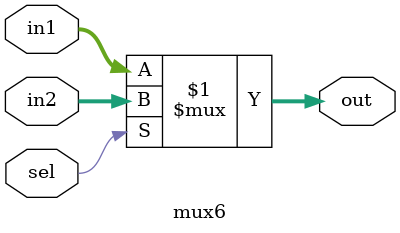
<source format=v>
module mux6(sel,in1,in2,out);
  input sel;
  input [5:0] in1;
  input [5:0] in2;
  output [5:0] out;
  assign out = sel?in2:in1;
endmodule
      
  


</source>
